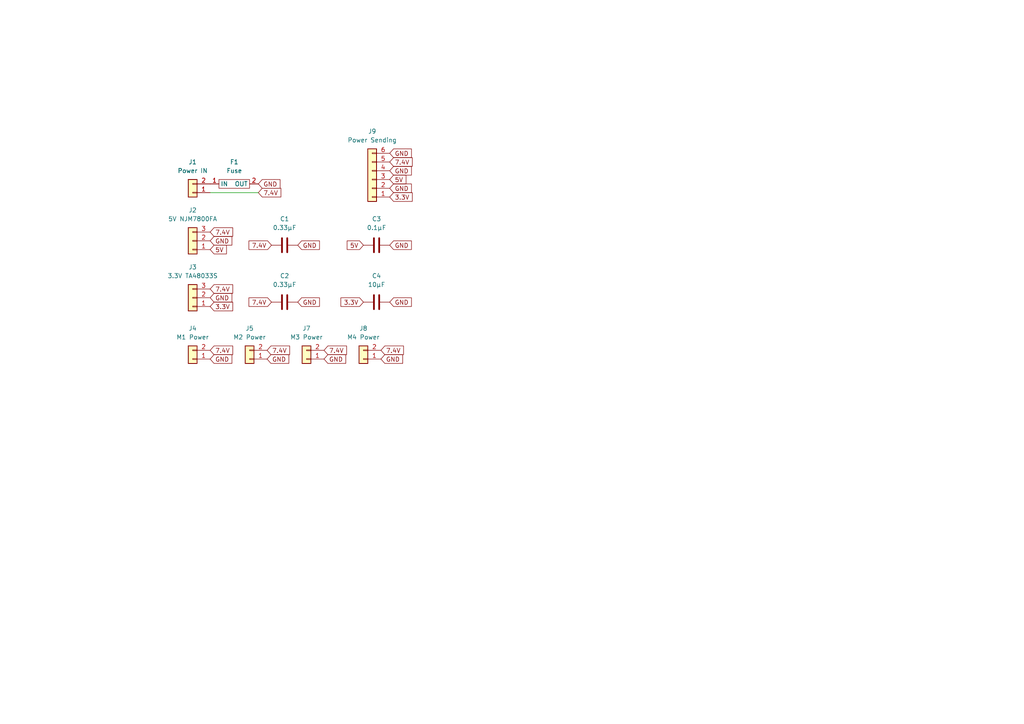
<source format=kicad_sch>
(kicad_sch (version 20211123) (generator eeschema)
  (paper "A4")
  (lib_symbols
    (symbol "Connector_Generic:Conn_01x02" (pin_names (offset 1.016) hide)
      (property "Reference" "J" (at 0 2.54 0))
      (property "Value" "Conn_01x02" (at 0 -5.08 0))
      (symbol "Conn_01x02_1_1"
        (rectangle (start -1.27 -2.413) (end 0 -2.667) (stroke (width 0.1524)))
        (rectangle (start -1.27 0.127) (end 0 -0.127) (stroke (width 0.1524)))
        (rectangle (start -1.27 1.27) (end 1.27 -3.81) (stroke (width 0.254)) (fill (type background)))
        (pin passive line (at -5.08 0 0) (length 3.81) (name "Pin_1") (number "1"))
        (pin passive line (at -5.08 -2.54 0) (length 3.81) (name "Pin_2") (number "2"))
      )
    )
    (symbol "Connector_Generic:Conn_01x03" (pin_names (offset 1.016) hide)
      (property "Reference" "J" (at 0 5.08 0))
      (property "Value" "Conn_01x03" (at 0 -5.08 0))
      (symbol "Conn_01x03_1_1"
        (rectangle (start -1.27 -2.413) (end 0 -2.667) (stroke (width 0.1524)))
        (rectangle (start -1.27 0.127) (end 0 -0.127) (stroke (width 0.1524)))
        (rectangle (start -1.27 2.667) (end 0 2.413) (stroke (width 0.1524)))
        (rectangle (start -1.27 3.81) (end 1.27 -3.81) (stroke (width 0.254)) (fill (type background)))
        (pin passive line (at -5.08 2.54 0) (length 3.81) (name "Pin_1") (number "1"))
        (pin passive line (at -5.08 0 0) (length 3.81) (name "Pin_2") (number "2"))
        (pin passive line (at -5.08 -2.54 0) (length 3.81) (name "Pin_3") (number "3"))
      )
    )
    (symbol "Connector_Generic:Conn_01x06" (pin_names (offset 1.016) hide)
      (property "Reference" "J" (at 0 7.62 0))
      (property "Value" "Conn_01x06" (at 0 -10.16 0))
      (symbol "Conn_01x06_1_1"
        (rectangle (start -1.27 -7.493) (end 0 -7.747) (stroke (width 0.1524)))
        (rectangle (start -1.27 -4.953) (end 0 -5.207) (stroke (width 0.1524)))
        (rectangle (start -1.27 -2.413) (end 0 -2.667) (stroke (width 0.1524)))
        (rectangle (start -1.27 0.127) (end 0 -0.127) (stroke (width 0.1524)))
        (rectangle (start -1.27 2.667) (end 0 2.413) (stroke (width 0.1524)))
        (rectangle (start -1.27 5.207) (end 0 4.953) (stroke (width 0.1524)))
        (rectangle (start -1.27 6.35) (end 1.27 -8.89) (stroke (width 0.254)) (fill (type background)))
        (pin passive line (at -5.08 5.08 0) (length 3.81) (name "Pin_1") (number "1"))
        (pin passive line (at -5.08 2.54 0) (length 3.81) (name "Pin_2") (number "2"))
        (pin passive line (at -5.08 0 0) (length 3.81) (name "Pin_3") (number "3"))
        (pin passive line (at -5.08 -2.54 0) (length 3.81) (name "Pin_4") (number "4"))
        (pin passive line (at -5.08 -5.08 0) (length 3.81) (name "Pin_5") (number "5"))
        (pin passive line (at -5.08 -7.62 0) (length 3.81) (name "Pin_6") (number "6"))
      )
    )
    (symbol "Device:C" (pin_numbers hide) (pin_names (offset 0.254))
      (property "Reference" "C" (at 0.635 2.54 0))
      (property "Value" "C" (at 0.635 -2.54 0))
      (symbol "C_0_1"
        (polyline (pts (xy -2.032 -0.762) (xy 2.032 -0.762)) (stroke (width 0.508)))
        (polyline (pts (xy -2.032 0.762) (xy 2.032 0.762)) (stroke (width 0.508)))
      )
      (symbol "C_1_1"
        (pin passive line (at 0 3.81 270) (length 2.794) (name "~") (number "1"))
        (pin passive line (at 0 -3.81 90) (length 2.794) (name "~") (number "2"))
      )
    )
    (symbol "RCJ_Library:Fuse"
      (property "Reference" "F" (at 0 3.81 0))
      (property "Value" "Fuse" (at 0 1.27 0))
      (symbol "Fuse_0_1"
        (rectangle (start -3.81 0) (end 5.08 -2.54))
      )
      (symbol "Fuse_1_1"
        (pin input line (at -6.35 -1.27 0) (length 2.54) (name "IN") (number "1"))
        (pin input line (at 7.62 -1.27 180) (length 2.54) (name "OUT") (number "2"))
      )
    )
  )
  (wire (pts (xy 60.96 55.88) (xy 74.93 55.88)))
  (global_label "GND" (shape input) (at 113.03 54.61 0) (property "シート間のリファレンス" "${INTERSHEET_REFS}" (effects hide)))
  (global_label "GND" (shape input) (at 110.49 104.14 0) (property "シート間のリファレンス" "${INTERSHEET_REFS}" (effects hide)))
  (global_label "3.3V" (shape input) (at 60.96 88.9 0) (property "シート間のリファレンス" "${INTERSHEET_REFS}" (effects hide)))
  (global_label "7.4V" (shape input) (at 93.98 101.6 0) (property "シート間のリファレンス" "${INTERSHEET_REFS}" (effects hide)))
  (global_label "GND" (shape input) (at 113.03 87.63 0) (property "シート間のリファレンス" "${INTERSHEET_REFS}" (effects hide)))
  (global_label "GND" (shape input) (at 77.47 104.14 0) (property "シート間のリファレンス" "${INTERSHEET_REFS}" (effects hide)))
  (global_label "GND" (shape input) (at 60.96 104.14 0) (property "シート間のリファレンス" "${INTERSHEET_REFS}" (effects hide)))
  (global_label "7.4V" (shape input) (at 77.47 101.6 0) (property "シート間のリファレンス" "${INTERSHEET_REFS}" (effects hide)))
  (global_label "7.4V" (shape input) (at 78.74 71.12 180) (property "シート間のリファレンス" "${INTERSHEET_REFS}" (effects hide)))
  (global_label "7.4V" (shape input) (at 110.49 101.6 0) (property "シート間のリファレンス" "${INTERSHEET_REFS}" (effects hide)))
  (global_label "GND" (shape input) (at 86.36 87.63 0) (property "シート間のリファレンス" "${INTERSHEET_REFS}" (effects hide)))
  (global_label "GND" (shape input) (at 60.96 69.85 0) (property "シート間のリファレンス" "${INTERSHEET_REFS}" (effects hide)))
  (global_label "GND" (shape input) (at 93.98 104.14 0) (property "シート間のリファレンス" "${INTERSHEET_REFS}" (effects hide)))
  (global_label "5V" (shape input) (at 113.03 52.07 0) (property "シート間のリファレンス" "${INTERSHEET_REFS}" (effects hide)))
  (global_label "7.4V" (shape input) (at 60.96 83.82 0) (property "シート間のリファレンス" "${INTERSHEET_REFS}" (effects hide)))
  (global_label "7.4V" (shape input) (at 78.74 87.63 180) (property "シート間のリファレンス" "${INTERSHEET_REFS}" (effects hide)))
  (global_label "7.4V" (shape input) (at 74.93 55.88 0) (property "シート間のリファレンス" "${INTERSHEET_REFS}" (effects hide)))
  (global_label "7.4V" (shape input) (at 60.96 101.6 0) (property "シート間のリファレンス" "${INTERSHEET_REFS}" (effects hide)))
  (global_label "3.3V" (shape input) (at 113.03 57.15 0) (property "シート間のリファレンス" "${INTERSHEET_REFS}" (effects hide)))
  (global_label "GND" (shape input) (at 86.36 71.12 0) (property "シート間のリファレンス" "${INTERSHEET_REFS}" (effects hide)))
  (global_label "3.3V" (shape input) (at 105.41 87.63 180) (property "シート間のリファレンス" "${INTERSHEET_REFS}" (effects hide)))
  (global_label "5V" (shape input) (at 105.41 71.12 180) (property "シート間のリファレンス" "${INTERSHEET_REFS}" (effects hide)))
  (global_label "7.4V" (shape input) (at 60.96 67.31 0) (property "シート間のリファレンス" "${INTERSHEET_REFS}" (effects hide)))
  (global_label "GND" (shape input) (at 60.96 86.36 0) (property "シート間のリファレンス" "${INTERSHEET_REFS}" (effects hide)))
  (global_label "5V" (shape input) (at 60.96 72.39 0) (property "シート間のリファレンス" "${INTERSHEET_REFS}" (effects hide)))
  (global_label "GND" (shape input) (at 74.93 53.34 0) (property "シート間のリファレンス" "${INTERSHEET_REFS}" (effects hide)))
  (global_label "GND" (shape input) (at 113.03 71.12 0) (property "シート間のリファレンス" "${INTERSHEET_REFS}" (effects hide)))
  (global_label "GND" (shape input) (at 113.03 49.53 0) (property "シート間のリファレンス" "${INTERSHEET_REFS}" (effects hide)))
  (global_label "7.4V" (shape input) (at 113.03 46.99 0) (property "シート間のリファレンス" "${INTERSHEET_REFS}" (effects hide)))
  (global_label "GND" (shape input) (at 113.03 44.45 0) (property "シート間のリファレンス" "${INTERSHEET_REFS}" (effects hide)))
  (symbol (lib_id "Connector_Generic:Conn_01x03") (at 55.88 86.36 180) (unit 1)
    (property "Reference" "J3" (at 55.88 77.47 0))
    (property "Value" "3.3V TA48033S" (at 55.88 80.01 0))
    (property "Footprint" "Connector_PinSocket_2.54mm:PinSocket_1x03_P2.54mm_Horizontal" (effects hide))
  )
  (symbol (lib_id "Device:C") (at 109.22 87.63 270) (unit 1)
    (property "Reference" "C4" (at 109.22 80.01 90))
    (property "Value" "10µF" (at 109.22 82.55 90))
    (property "Footprint" "Connector_PinSocket_2.54mm:PinSocket_1x02_P2.54mm_Vertical" (effects hide))
  )
  (symbol (lib_id "Device:C") (at 82.55 71.12 270) (unit 1)
    (property "Reference" "C1" (at 82.55 63.5 90))
    (property "Value" "0.33μF" (at 82.55 66.04 90))
    (property "Footprint" "Connector_PinSocket_2.54mm:PinSocket_1x02_P2.54mm_Vertical" (effects hide))
  )
  (symbol (lib_id "RCJ_Library:Fuse") (at 67.31 52.07 0) (unit 1)
    (property "Reference" "F1" (at 67.945 46.99 0))
    (property "Value" "Fuse" (at 67.945 49.53 0))
    (property "Footprint" "RCJ_Library:Fuse" (effects hide))
  )
  (symbol (lib_id "Device:C") (at 82.55 87.63 270) (unit 1)
    (property "Reference" "C2" (at 82.55 80.01 90))
    (property "Value" "0.33µF" (at 82.55 82.55 90))
    (property "Footprint" "Connector_PinSocket_2.54mm:PinSocket_1x02_P2.54mm_Vertical" (effects hide))
  )
  (symbol (lib_id "Connector_Generic:Conn_01x06") (at 107.95 52.07 180) (unit 1)
    (property "Reference" "J9" (at 107.95 38.1 0))
    (property "Value" "Power Sending" (at 107.95 40.64 0))
    (property "Footprint" "Connector_JST:JST_XH_S6B-XH-A-1_1x06_P2.50mm_Horizontal" (effects hide))
  )
  (symbol (lib_id "Connector_Generic:Conn_01x02") (at 88.9 104.14 180) (unit 1)
    (property "Reference" "J7" (at 88.9 95.25 0))
    (property "Value" "M3 Power" (at 88.9 97.79 0))
    (property "Footprint" "Connector_JST:JST_VH_S2P-VH_1x02_P3.96mm_Horizontal" (effects hide))
  )
  (symbol (lib_id "Connector_Generic:Conn_01x03") (at 55.88 69.85 180) (unit 1)
    (property "Reference" "J2" (at 55.88 60.96 0))
    (property "Value" "5V NJM7800FA" (at 55.88 63.5 0))
    (property "Footprint" "Connector_PinSocket_2.54mm:PinSocket_1x03_P2.54mm_Horizontal" (effects hide))
  )
  (symbol (lib_id "Connector_Generic:Conn_01x02") (at 105.41 104.14 180) (unit 1)
    (property "Reference" "J8" (at 105.41 95.25 0))
    (property "Value" "M4 Power" (at 105.41 97.79 0))
    (property "Footprint" "Connector_JST:JST_VH_S2P-VH_1x02_P3.96mm_Horizontal" (effects hide))
  )
  (symbol (lib_id "Connector_Generic:Conn_01x02") (at 55.88 55.88 180) (unit 1)
    (property "Reference" "J1" (at 55.88 46.99 0))
    (property "Value" "Power IN" (at 55.88 49.53 0))
    (property "Footprint" "Connector_JST:JST_VH_S2P-VH_1x02_P3.96mm_Horizontal" (effects hide))
  )
  (symbol (lib_id "Device:C") (at 109.22 71.12 270) (unit 1)
    (property "Reference" "C3" (at 109.22 63.5 90))
    (property "Value" "0.1μF" (at 109.22 66.04 90))
    (property "Footprint" "Connector_PinSocket_2.54mm:PinSocket_1x02_P2.54mm_Vertical" (effects hide))
  )
  (symbol (lib_id "Connector_Generic:Conn_01x02") (at 55.88 104.14 180) (unit 1)
    (property "Reference" "J4" (at 55.88 95.25 0))
    (property "Value" "M1 Power" (at 55.88 97.79 0))
    (property "Footprint" "Connector_JST:JST_VH_S2P-VH_1x02_P3.96mm_Horizontal" (effects hide))
  )
  (symbol (lib_id "Connector_Generic:Conn_01x02") (at 72.39 104.14 180) (unit 1)
    (property "Reference" "J5" (at 72.39 95.25 0))
    (property "Value" "M2 Power" (at 72.39 97.79 0))
    (property "Footprint" "Connector_JST:JST_VH_S2P-VH_1x02_P3.96mm_Horizontal" (effects hide))
  )
)
</source>
